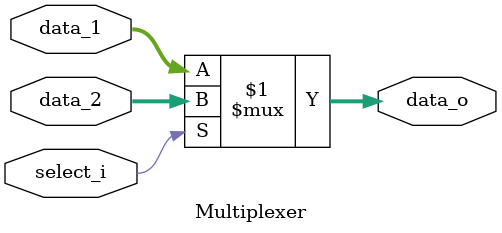
<source format=v>
module Multiplexer #(parameter width=32) (
	input	[width-1:0]	data_1, data_2,
	input 				select_i,
	output 	[width-1:0]	data_o
);

	assign data_o = select_i ? data_2 : data_1;

endmodule

</source>
